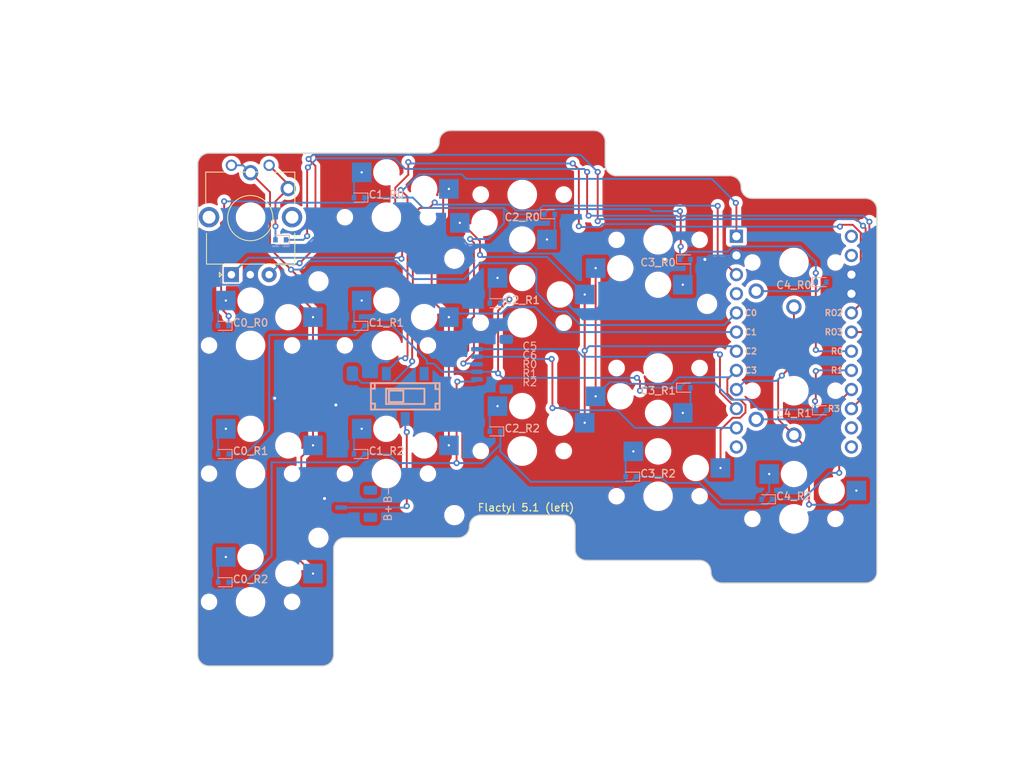
<source format=kicad_pcb>
(kicad_pcb (version 20221018) (generator pcbnew)
  (title_block (title "left") (rev "v1.0.0") (company "Unknown"))
  (layers (0 "F.Cu" signal) (31 "B.Cu" signal) (34 "B.Paste" user) (35 "F.Paste" user) (36 "B.SilkS" user "B.Silkscreen") (37 "F.SilkS" user "F.Silkscreen") (38 "B.Mask" user) (39 "F.Mask" user) (44 "Edge.Cuts" user))
  (net 0 "")
  (net 1 "C4")
  (net 2 "C4_R0D")
  (net 3 "R0")
  (net 4 "C4_R1D")
  (net 5 "R1")
  (net 6 "C0")
  (net 7 "C0_R3D")
  (net 8 "P2")
  (net 9 "P3")
  (net 10 "GND")
  (net 11 "R3")
  (net 12 "RAW")
  (net 13 "BSLI")
  (net 14 "three")
  (net 15 "RST")
  (net 16 "VCC")
  (net 17 "C1")
  (net 18 "C2")
  (net 19 "C3")
  (net 20 "C5")
  (net 21 "C6")
  (net 22 "P10")
  (net 23 "P1")
  (net 24 "P0")
  (net 25 "R2")
  (net 26 "P8")
  (net 27 "P9")
  (net 28 "C0_R0D")
  (net 29 "C0_R1D")
  (net 30 "C0_R2D")
  (net 31 "C1_R0D")
  (net 32 "C1_R1D")
  (net 33 "C1_R2D")
  (net 34 "C2_R0D")
  (net 35 "C2_R1D")
  (net 36 "C2_R2D")
  (net 37 "C3_R0D")
  (net 38 "C3_R1D")
  (net 39 "C3_R2D")
  (net 40 "C4_R2D")
  (footprint "MountingHole_2.2mm_M2" (layer "F.Cu") (at 27 -45.5)
    (fp_text reference "H2" hide)
    (fp_text value "")
  )
  (footprint "MountingHole_2.2mm_M2" (layer "F.Cu") (at 9 -42.5)
    (fp_text reference "H4" hide)
    (fp_text value "")
  )
  (footprint "MountingHole_2.2mm_M2" (layer "F.Cu") (at 60.5 -39.5)
    (fp_text reference "H1" hide)
    (fp_text value "")
  )
  (footprint "MountingHole_2.2mm_M2" (layer "F.Cu") (at 27 -11.5)
    (fp_text reference "H3" hide)
    (fp_text value "")
  )
  (footprint "rotary_encoder" (layer "F.Cu") (at 0 -51 90)
    (fp_text reference "ROT1" hide)
    (fp_text value "")
  )
  (footprint "MountingHole_2.2mm_M2" (layer "F.Cu") (at 9 -8.5)
    (fp_text reference "H5" hide)
    (fp_text value "")
  )
  (footprint "somelogo" (layer "F.Cu") (at 36.5 -12.5)
    (fp_text reference "T1" hide)
    (fp_text value "Flactyl 5.1 (left)")
  )
  (footprint "Kailh_socket_PG1350_no_silk" (layer "B.Cu") (at 36 -54)
    (fp_text reference "S9" hide)
    (fp_text value "")
  )
  (footprint "D_SOD-523" (layer "B.Cu") (at 75.6 -25.4)
    (fp_text reference "D2" hide)
    (fp_text value "D_SOD-523")
  )
  (footprint "b3u-1000P" (layer "B.Cu") (at 13.5 -28.5 90)
    (fp_text reference "SB1" hide)
    (fp_text value "b3u-1000P")
  )
  (footprint "Kailh_socket_PG1350_no_silk" (layer "B.Cu") (at 18 -17 180)
    (fp_text reference "S8" hide)
    (fp_text value "")
  )
  (footprint "D_SOD-523" (layer "B.Cu") (at 57.6 -45.4)
    (fp_text reference "D13" hide)
    (fp_text value "D_SOD-523")
  )
  (footprint "D_SOD-523" (layer "B.Cu") (at -3.6 -19.6 180)
    (fp_text reference "D5" hide)
    (fp_text value "D_SOD-523")
  )
  (footprint "D_SOD-523" (layer "B.Cu") (at 32.4 -22.6 180)
    (fp_text reference "D12" hide)
    (fp_text value "D_SOD-523")
  )
  (footprint "Kailh_socket_PG1350_no_silk" (layer "B.Cu") (at 72 -45)
    (fp_text reference "S1" hide)
    (fp_text value "")
  )
  (footprint "D_SOD-523" (layer "B.Cu") (at 39.6 -51.4)
    (fp_text reference "D10" hide)
    (fp_text value "D_SOD-523")
  )
  (footprint "Kailh_socket_PG1350_no_silk" (layer "B.Cu") (at 0 0 180)
    (fp_text reference "S5" hide)
    (fp_text value "")
  )
  (footprint "D_SOD-523" (layer "B.Cu") (at 14.4 -53.6 180)
    (fp_text reference "D7" hide)
    (fp_text value "D_SOD-523")
  )
  (footprint "Kailh_socket_PG1350_no_silk" (layer "B.Cu") (at 54 -31)
    (fp_text reference "S13" hide)
    (fp_text value "")
  )
  (footprint "D_SOD-523" (layer "B.Cu") (at -3.6 -36.6 180)
    (fp_text reference "D4" hide)
    (fp_text value "D_SOD-523")
  )
  (footprint "Kailh_socket_PG1350_no_silk" (layer "B.Cu") (at 0 -17 180)
    (fp_text reference "S4" hide)
    (fp_text value "")
  )
  (footprint "D_SOD-523" (layer "B.Cu") (at 14.4 -36.6 180)
    (fp_text reference "D8" hide)
    (fp_text value "D_SOD-523")
  )
  (footprint "D_SOD-523" (layer "B.Cu") (at 14.4 -19.6 180)
    (fp_text reference "D9" hide)
    (fp_text value "D_SOD-523")
  )
  (footprint "D_SOD-523" (layer "B.Cu") (at 50.4 -16.6 180)
    (fp_text reference "D15" hide)
    (fp_text value "D_SOD-523")
  )
  (footprint "Kailh_socket_PG1350_no_silk" (layer "B.Cu") (at 18 -51 180)
    (fp_text reference "S6" hide)
    (fp_text value "")
  )
  (footprint "SW-SMD_SS-3235D-03-L2.00" (layer "B.Cu") (at 20.5 -27.25)
    (fp_text reference "SS1" hide)
    (fp_text value "SW-SMD_SS-3235D-03-L2.00" hide)
  )
  (footprint "D_SOD-523" (layer "B.Cu") (at 68.4 -13.6 180)
    (fp_text reference "D16" hide)
    (fp_text value "D_SOD-523")
  )
  (footprint "D_SOD-523" (layer "B.Cu") (at -3.6 -2.6 180)
    (fp_text reference "D6" hide)
    (fp_text value "D_SOD-523")
  )
  (footprint "D_SOD-523" (layer "B.Cu") (at 4 -48 180)
    (fp_text reference "D3" hide)
    (fp_text value "D_SOD-523")
  )
  (footprint "JST_SH_SM05B-SRSS-TB_1x05-1MP_P1.00mm_Horizontal" (layer "B.Cu") (at 32 -31.5 -90)
    (fp_text reference "JC1" hide)
    (fp_text value "")
  )
  (footprint "JST_SH_SM02B-SRSS-TB_1x02-1MP_P1.00mm_Horizontal" (layer "B.Cu") (at 14 -13 -90)
    (fp_text reference "JB1" hide)
    (fp_text value "JST_SH_SM02B-SRSS-TB_1x02-1MP_P1.00mm_Horizontal" hide)
  )
  (footprint "Kailh_socket_PG1350_no_silk" (layer "B.Cu") (at 18 -34 180)
    (fp_text reference "S7" hide)
    (fp_text value "")
  )
  (footprint "Kailh_socket_PG1350_no_silk" (layer "B.Cu") (at 72 -28)
    (fp_text reference "S2" hide)
    (fp_text value "")
  )
  (footprint "Kailh_socket_PG1350_no_silk" (layer "B.Cu") (at 72 -11 180)
    (fp_text reference "S15" hide)
    (fp_text value "")
  )
  (footprint "D_SOD-523" (layer "B.Cu") (at 57.6 -28.4)
    (fp_text reference "D14" hide)
    (fp_text value "D_SOD-523")
  )
  (footprint "D_SOD-523" (layer "B.Cu") (at 32.4 -39.6 180)
    (fp_text reference "D11" hide)
    (fp_text value "D_SOD-523")
  )
  (footprint "Kailh_socket_PG1350_no_silk" (layer "B.Cu") (at 36 -37 180)
    (fp_text reference "S10" hide)
    (fp_text value "")
  )
  (footprint "Kailh_socket_PG1350_no_silk" (layer "B.Cu") (at 0 -34 180)
    (fp_text reference "S3" hide)
    (fp_text value "")
  )
  (footprint "Kailh_socket_PG1350_no_silk" (layer "B.Cu") (at 54 -48)
    (fp_text reference "S12" hide)
    (fp_text value "")
  )
  (footprint "D_SOD-523" (layer "B.Cu") (at 75.6 -42.4)
    (fp_text reference "D1" hide)
    (fp_text value "D_SOD-523")
  )
  (footprint "Kailh_socket_PG1350_no_silk" (layer "B.Cu") (at 36 -20 180)
    (fp_text reference "S11" hide)
    (fp_text value "")
  )
  (footprint "NiceNano" (layer "B.Cu") (at 72 -34.5 -90)
    (fp_text reference "MCU1" hide)
    (fp_text value "" hide)
  )
  (footprint "Kailh_socket_PG1350_no_silk" (layer "B.Cu") (at 54 -14 180)
    (fp_text reference "S14" hide)
    (fp_text value "")
  )
  (gr_line (start 62.49 -2.5) (end 81.51 -2.5) (stroke (width 0.15)) (layer "Edge.Cuts"))
  (gr_line (start 29 -9.99) (end 29 -10.01) (stroke (width 0.15)) (layer "Edge.Cuts"))
  (gr_arc (start -7 -58.01) (mid -6.563589 -59.063589) (end -5.51 -59.5) (stroke (width 0.15)) (layer "Edge.Cuts"))
  (gr_line (start 45.51 -62.5) (end 26.49 -62.5) (stroke (width 0.15)) (layer "Edge.Cuts"))
  (gr_arc (start 25 -60.99) (mid 24.563589 -59.936411) (end 23.51 -59.5) (stroke (width 0.15)) (layer "Edge.Cuts"))
  (gr_arc (start 66.49 -53.5) (mid 65.436411 -53.936411) (end 65 -54.99) (stroke (width 0.15)) (layer "Edge.Cuts"))
  (gr_arc (start -5.51 8.5) (mid -6.563589 8.063589) (end -7 7.01) (stroke (width 0.15)) (layer "Edge.Cuts"))
  (gr_arc (start 41.51 -11.5) (mid 42.563589 -11.063589) (end 43 -10.01) (stroke (width 0.15)) (layer "Edge.Cuts"))
  (gr_line (start 83 -3.99) (end 83 -52.01) (stroke (width 0.15)) (layer "Edge.Cuts"))
  (gr_arc (start 25 -61.01) (mid 25.436411 -62.063589) (end 26.49 -62.5) (stroke (width 0.15)) (layer "Edge.Cuts"))
  (gr_line (start -5.51 -59.5) (end 23.51 -59.5) (stroke (width 0.15)) (layer "Edge.Cuts"))
  (gr_line (start 65 -54.99) (end 65 -55.01) (stroke (width 0.15)) (layer "Edge.Cuts"))
  (gr_arc (start 29 -9.99) (mid 28.563589 -8.936411) (end 27.51 -8.5) (stroke (width 0.15)) (layer "Edge.Cuts"))
  (gr_arc (start 11 7.01) (mid 10.563589 8.063589) (end 9.51 8.5) (stroke (width 0.15)) (layer "Edge.Cuts"))
  (gr_line (start 30.49 -11.5) (end 41.51 -11.5) (stroke (width 0.15)) (layer "Edge.Cuts"))
  (gr_arc (start 11 -7.01) (mid 11.436411 -8.063589) (end 12.49 -8.5) (stroke (width 0.15)) (layer "Edge.Cuts"))
  (gr_line (start 11 7.01) (end 11 -7.01) (stroke (width 0.15)) (layer "Edge.Cuts"))
  (gr_line (start 44.49 -5.5) (end 59.51 -5.5) (stroke (width 0.15)) (layer "Edge.Cuts"))
  (gr_arc (start 44.49 -5.5) (mid 43.436411 -5.936411) (end 43 -6.99) (stroke (width 0.15)) (layer "Edge.Cuts"))
  (gr_line (start -5.51 8.5) (end 9.51 8.5) (stroke (width 0.15)) (layer "Edge.Cuts"))
  (gr_line (start 12.49 -8.5) (end 27.51 -8.5) (stroke (width 0.15)) (layer "Edge.Cuts"))
  (gr_arc (start 62.49 -2.5) (mid 61.436411 -2.936411) (end 61 -3.99) (stroke (width 0.15)) (layer "Edge.Cuts"))
  (gr_arc (start 48.49 -56.5) (mid 47.436411 -56.936411) (end 47 -57.99) (stroke (width 0.15)) (layer "Edge.Cuts"))
  (gr_line (start -7 7.01) (end -7 -58.01) (stroke (width 0.15)) (layer "Edge.Cuts"))
  (gr_arc (start 83 -3.99) (mid 82.563589 -2.936411) (end 81.51 -2.5) (stroke (width 0.15)) (layer "Edge.Cuts"))
  (gr_arc (start 81.51 -53.5) (mid 82.563589 -53.063589) (end 83 -52.01) (stroke (width 0.15)) (layer "Edge.Cuts"))
  (gr_arc (start 63.51 -56.5) (mid 64.563589 -56.063589) (end 65 -55.01) (stroke (width 0.15)) (layer "Edge.Cuts"))
  (gr_line (start 47 -57.99) (end 47 -61.01) (stroke (width 0.15)) (layer "Edge.Cuts"))
  (gr_line (start 81.51 -53.5) (end 66.49 -53.5) (stroke (width 0.15)) (layer "Edge.Cuts"))
  (gr_line (start 61 -4.01) (end 61 -3.99) (stroke (width 0.15)) (layer "Edge.Cuts"))
  (gr_line (start 63.51 -56.5) (end 48.49 -56.5) (stroke (width 0.15)) (layer "Edge.Cuts"))
  (gr_arc (start 45.51 -62.5) (mid 46.563589 -62.063589) (end 47 -61.01) (stroke (width 0.15)) (layer "Edge.Cuts"))
  (gr_line (start 43 -10.01) (end 43 -6.99) (stroke (width 0.15)) (layer "Edge.Cuts"))
  (gr_arc (start 59.51 -5.5) (mid 60.563589 -5.063589) (end 61 -4.01) (stroke (width 0.15)) (layer "Edge.Cuts"))
  (gr_arc (start 29 -10.01) (mid 29.436411 -11.063589) (end 30.49 -11.5) (stroke (width 0.15)) (layer "Edge.Cuts"))
  (gr_line (start 25 -61.01) (end 25 -60.99) (stroke (width 0.15)) (layer "Edge.Cuts"))
  (segment (start 70.4 -30) (end 69.9105 -29.5105) (width 0.25) (layer "F.Cu") (net 1))
  (segment (start 69.9105 -29.5105) (end 69.9105 -24.1895) (width 0.25) (layer "F.Cu") (net 1))
  (segment (start 70.4 -30) (end 72 -31.6) (width 0.25) (layer "F.Cu") (net 1))
  (segment (start 74 -12.9) (end 74 -20.1) (width 0.25) (layer "F.Cu") (net 1))
  (segment (start 74 -20.1) (end 72 -22.1) (width 0.25) (layer "F.Cu") (net 1))
  (segment (start 72 -31.6) (end 72 -39.1) (width 0.25) (layer "F.Cu") (net 1))
  (segment (start 69.9105 -24.1895) (end 72 -22.1) (width 0.25) (layer "F.Cu") (net 1))
  (via (at 70.4 -30) (size 0.8) (drill 0.4) (layers "F.Cu" "B.Cu") (net 1))
  (via (at 74 -12.9) (size 0.8) (drill 0.4) (layers "F.Cu" "B.Cu") (net 1))
  (segment (start 65.53 -29.3) (end 69.6 -29.3) (width 0.25) (layer "B.Cu") (net 1))
  (segment (start 74 -12.9) (end 74.025 -12.875) (width 0.25) (layer "B.Cu") (net 1))
  (segment (start 69.7 -29.3) (end 70.4 -30) (width 0.25) (layer "B.Cu") (net 1))
  (segment (start 78.4 -12.875) (end 80.275 -14.75) (width 0.25) (layer "B.Cu") (net 1))
  (segment (start 74.025 -12.875) (end 78.4 -12.875) (width 0.25) (layer "B.Cu") (net 1))
  (segment (start 69.6 -29.3) (end 69.7 -29.3) (width 0.25) (layer "B.Cu") (net 1))
  (segment (start 64.38 -28.15) (end 65.53 -29.3) (width 0.25) (layer "B.Cu") (net 1))
  (segment (start 76.3 -42.4) (end 75.1 -41.2) (width 0.25) (layer "B.Cu") (net 2))
  (segment (start 75.1 -41.2) (end 67 -41.2) (width 0.25) (layer "B.Cu") (net 2))
  (segment (start -3.9 -50.229919) (end -3.9 -38.9) (width 0.25) (layer "F.Cu") (net 3))
  (segment (start 28.2 -31.6) (end 29.6 -33) (width 0.25) (layer "F.Cu") (net 3))
  (segment (start 29.6 -47.6) (end 29.1 -48.1) (width 0.25) (layer "F.Cu") (net 3))
  (segment (start 29.6 -37.833684) (end 29.6 -47.6) (width 0.25) (layer "F.Cu") (net 3))
  (segment (start 29.2741 -37.507784) (end 29.6 -37.833684) (width 0.25) (layer "F.Cu") (net 3))
  (segment (start -3.9 -38.9) (end -2.9 -37.9) (width 0.25) (layer "F.Cu") (net 3))
  (segment (start 29.6 -33) (end 29.6 -36.166316) (width 0.25) (layer "F.Cu") (net 3))
  (segment (start 29.2741 -36.492216) (end 29.2741 -37.507784) (width 0.25) (layer "F.Cu") (net 3))
  (segment (start 74.9 -33.4) (end 74.9 -43.6) (width 0.25) (layer "F.Cu") (net 3))
  (segment (start -3.5 -53.1) (end -3.5 -50.629919) (width 0.25) (layer "F.Cu") (net 3))
  (segment (start 29.6 -36.166316) (end 29.2741 -36.492216) (width 0.25) (layer "F.Cu") (net 3))
  (segment (start 57 -47.1) (end 57 -51.7) (width 0.25) (layer "F.Cu") (net 3))
  (segment (start 57 -51.7) (end 56.9 -51.8) (width 0.25) (layer "F.Cu") (net 3))
  (segment (start -3.5 -50.629919) (end -3.9 -50.229919) (width 0.25) (layer "F.Cu") (net 3))
  (via (at 74.9 -33.4) (size 0.8) (drill 0.4) (layers "F.Cu" "B.Cu") (net 3))
  (via (at 74.9 -43.6) (size 0.8) (drill 0.4) (layers "F.Cu" "B.Cu") (net 3))
  (via (at 28.2 -31.6) (size 0.8) (drill 0.4) (layers "F.Cu" "B.Cu") (net 3))
  (via (at -2.9 -37.9) (size 0.8) (drill 0.4) (layers "F.Cu" "B.Cu") (net 3))
  (via (at -3.5 -53.1) (size 0.8) (drill 0.4) (layers "F.Cu" "B.Cu") (net 3))
  (via (at 29.1 -48.1) (size 0.8) (drill 0.4) (layers "F.Cu" "B.Cu") (net 3))
  (via (at 57 -47.1) (size 0.8) (drill 0.4) (layers "F.Cu" "B.Cu") (net 3))
  (via (at 56.9 -51.8) (size 0.8) (drill 0.4) (layers "F.Cu" "B.Cu") (net 3))
  (segment (start 57.927595 -46.427595) (end 63.1787 -46.427595) (width 0.25) (layer "B.Cu") (net 3))
  (segment (start 29.1 -48.1) (end 31.50165 -48.1) (width 0.25) (layer "B.Cu") (net 3))
  (segment (start 33.5741 -52.2259) (end 34.4 -51.4) (width 0.25) (layer "B.Cu") (net 3))
  (segment (start 29.8 -52.2259) (end 33.5741 -52.2259) (width 0.25) (layer "B.Cu") (net 3))
  (segment (start 56.9 -45.4) (end 57.927595 -46.427595) (width 0.25) (layer "B.Cu") (net 3))
  (segment (start 31.50165 -48.1) (end 33.5741 -50.17245) (width 0.25) (layer "B.Cu") (net 3))
  (segment (start 29.9 -31.6) (end 30 -31.5) (width 0.25) (layer "B.Cu") (net 3))
  (segment (start -2.9 -37.9) (end -2.9 -36.6) (width 0.25) (layer "B.Cu") (net 3))
  (segment (start 34.4 -51.4) (end 38.9 -51.4) (width 0.25) (layer "B.Cu") (net 3))
  (segment (start 39.575 -52.075) (end 52.879999 -52.075) (width 0.25) (layer "B.Cu") (net 3))
  (segment (start 56.9 -47) (end 57 -47.1) (width 0.25) (layer "B.Cu") (net 3))
  (segment (start 33.5741 -50.17245) (end 33.5741 -52.2259) (width 0.25) (layer "B.Cu") (net 3))
  (segment (start 14.925 -52.925) (end 15.1 -53.1) (width 0.25) (layer "B.Cu") (net 3))
  (segment (start 74.9 -45.054999) (end 74.9 -43.6) (width 0.25) (layer "B.Cu") (net 3))
  (segment (start -3.5 -53.1) (end 0.8 -53.1) (width 0.25) (layer "B.Cu") (net 3))
  (segment (start 0.8 -53.1) (end 0.975 -52.925) (width 0.25) (layer "B.Cu") (net 3))
  (segment (start 15.1 -53.6) (end 21.49835 -53.6) (width 0.25) (layer "B.Cu") (net 3))
  (segment (start 0.975 -52.925) (end 14.925 -52.925) (width 0.25) (layer "B.Cu") (net 3))
  (segment (start 22.87245 -52.2259) (end 29.8 -52.2259) (width 0.25) (layer "B.Cu") (net 3))
  (segment (start 15.1 -53.1) (end 15.1 -53.6) (width 0.25) (layer "B.Cu") (net 3))
  (segment (start 79.62 -33.23) (end 75.07 -33.23) (width 0.25) (layer "B.Cu") (net 3))
  (segment (start 21.49835 -53.6) (end 22.87245 -52.2259) (width 0.25) (layer "B.Cu") (net 3))
  (segment (start 74.9 -43.6) (end 74.9 -42.4) (width 0.25) (layer "B.Cu") (net 3))
  (segment (start 38.9 -51.4) (end 39.575 -52.075) (width 0.25) (layer "B.Cu") (net 3))
  (segment (start 28.2 -31.6) (end 29.9 -31.6) (width 0.25) (layer "B.Cu") (net 3))
  (segment (start 53.154999 -51.8) (end 52.879999 -52.075) (width 0.25) (layer "B.Cu") (net 3))
  (segment (start 56.9 -51.8) (end 53.154999 -51.8) (width 0.25) (layer "B.Cu") (net 3))
  (segment (start 56.9 -45.4) (end 56.9 -47) (width 0.25) (layer "B.Cu") (net 3))
  (segment (start 63.882405 -47.1313) (end 72.823699 -47.1313) (width 0.25) (layer "B.Cu") (net 3))
  (segment (start 63.1787 -46.427595) (end 63.882405 -47.1313) (width 0.25) (layer "B.Cu") (net 3))
  (segment (start 75.07 -33.23) (end 74.9 -33.4) (width 0.25) (layer "B.Cu") (net 3))
  (segment (start 72.823699 -47.1313) (end 74.9 -45.054999) (width 0.25) (layer "B.Cu") (net 3))
  (segment (start 75.1 -24.2) (end 67 -24.2) (width 0.25) (layer "B.Cu") (net 4))
  (segment (start 76.3 -25.4) (end 75.1 -24.2) (width 0.25) (layer "B.Cu") (net 4))
  (segment (start 51.6 -29.3) (end 51.2 -29.7) (width 0.25) (layer "F.Cu") (net 5))
  (segment (start 32.8 -38.6) (end 34.3 -40.1) (width 0.25) (layer "F.Cu") (net 5))
  (segment (start 51.6 -28) (end 51.6 -29.3) (width 0.25) (layer "F.Cu") (net 5))
  (segment (start 32.8 -30.3) (end 32.8 -38.6) (width 0.25) (layer "F.Cu") (net 5))
  (segment (start 74.9 -26.7) (end 74.8 -26.6) (width 0.25) (layer "F.Cu") (net 5))
  (segment (start 74.9 -30.6) (end 74.9 -26.7) (width 0.25) (layer "F.Cu") (net 5))
  (via (at 74.9 -30.6) (size 0.8) (drill 0.4) (layers "F.Cu" "B.Cu") (net 5))
  (via (at 51.2 -29.7) (size 0.8) (drill 0.4) (layers "F.Cu" "B.Cu") (net 5))
  (via (at 51.6 -28) (size 0.8) (drill 0.4) (layers "F.Cu" "B.Cu") (net 5))
  (via (at 32.8 -30.3) (size 0.8) (drill 0.4) (layers "F.Cu" "B.Cu") (net 5))
  (via (at 34.3 -40.1) (size 0.8) (drill 0.4) (layers "F.Cu" "B.Cu") (net 5))
  (via (at 74.8 -26.6) (size 0.8) (drill 0.4) (layers "F.Cu" "B.Cu") (net 5))
  (segment (start 33.4 -29.7) (end 32.8 -30.3) (width 0.25) (layer "B.Cu") (net 5))
  (segment (start 32.75 -30.25) (end 32.8 -30.3) (width 0.25) (layer "B.Cu") (net 5))
  (segment (start -0.69835 -19.6) (end 2.475 -22.77335) (width 0.25) (layer "B.Cu") (net 5))
  (segment (start 74.99 -30.69) (end 74.9 -30.6) (width 0.25) (layer "B.Cu") (net 5))
  (segment (start 2.6 -35.4) (end 13.9 -35.4) (width 0.25) (layer "B.Cu") (net 5))
  (segment (start 18.8 -36.6) (end 23.361241 -32.038759) (width 0.25) (layer "B.Cu") (net 5))
  (segment (start 15.1 -36.6) (end 18.8 -36.6) (width 0.25) (layer "B.Cu") (net 5))
  (segment (start 56.9 -28.4) (end 57.575 -29.075) (width 0.25) (layer "B.Cu") (net 5))
  (segment (start 23.361241 -31.593758) (end 24.306242 -31.593758) (width 0.25) (layer "B.Cu") (net 5))
  (segment (start 2.475 -35.275) (end 2.6 -35.4) (width 0.25) (layer "B.Cu") (net 5))
  (segment (start 13.9 -35.4) (end 15.1 -36.6) (width 0.25) (layer "B.Cu") (net 5))
  (segment (start 24.306242 -31.593758) (end 25.4 -30.5) (width 0.25) (layer "B.Cu") (net 5))
  (segment (start -2.9 -19.6) (end -0.69835 -19.6) (width 0.25) (layer "B.Cu") (net 5))
  (segment (start 74.8 -26.6) (end 74.8 -25.5) (width 0.25) (layer "B.Cu") (net 5))
  (segment (start 23.361241 -32.038759) (end 23.361241 -31.593758) (width 0.25) (layer "B.Cu") (net 5))
  (segment (start 56.9 -28.4) (end 52 -28.4) (width 0.25) (layer "B.Cu") (net 5))
  (segment (start 30 -30.5) (end 32.5 -30.5) (width 0.25) (layer "B.Cu") (net 5))
  (segment (start 66.0887 -26.8113) (end 67.4 -25.5) (width 0.25) (layer "B.Cu") (net 5))
  (segment (start 32.5 -30.5) (end 32.75 -30.25) (width 0.25) (layer "B.Cu") (net 5))
  (segment (start 51.2 -29.7) (end 33.4 -29.7) (width 0.25) (layer "B.Cu") (net 5))
  (segment (start 61.425 -29.075) (end 63.6887 -26.8113) (width 0.25) (layer "B.Cu") (net 5))
  (segment (start 2.475 -22.77335) (end 2.475 -28.5) (width 0.25) (layer "B.Cu") (net 5))
  (segment (start 57.575 -29.075) (end 61.425 -29.075) (width 0.25) (layer "B.Cu") (net 5))
  (segment (start 2.475 -28.5) (end 2.475 -35.275) (width 0.25) (layer "B.Cu") (net 5))
  (segment (start 67.4 -25.5) (end 74.8 -25.5) (width 0.25) (layer "B.Cu") (net 5))
  (segment (start 33.6 -40.1) (end 33.1 -39.6) (width 0.25) (layer "B.Cu") (net 5))
  (segment (start 52 -28.4) (end 51.6 -28) (width 0.25) (layer "B.Cu") (net 5))
  (segment (start 74.8 -25.5) (end 74.9 -25.4) (width 0.25) (layer "B.Cu") (net 5))
  (segment (start 79.62 -30.69) (end 74.99 -30.69) (width 0.25) (layer "B.Cu") (net 5))
  (segment (start 25.4 -30.5) (end 30 -30.5) (width 0.25) (layer "B.Cu") (net 5))
  (segment (start 34.3 -40.1) (end 33.6 -40.1) (width 0.25) (layer "B.Cu") (net 5))
  (segment (start 63.6887 -26.8113) (end 66.0887 -26.8113) (width 0.25) (layer "B.Cu") (net 5))
  (segment (start 6.1 -43.314035) (end 2.575 -46.839035) (width 0.25) (layer "F.Cu") (net 6))
  (segment (start 6.1 -40.9) (end 6.1 -43.314035) (width 0.25) (layer "F.Cu") (net 6))
  (segment (start 8.275 -37.75) (end 8.275 -20.75) (width 0.25) (layer "F.Cu") (net 6))
  (segment (start 6.7259 -16.492216) (end 6.7259 -19.2009) (width 0.25) (layer "F.Cu") (net 6))
  (segment (start 2.575 -46.839035) (end 2.575 -54.325) (width 0.25) (layer "F.Cu") (net 6))
  (segment (start 8.275 -37.75) (end 8.275 -38.725) (width 0.25) (layer "F.Cu") (net 6))
  (segment (start 8.275 -3.75) (end 6 -6.025) (width 0.25) (layer "F.Cu") (net 6))
  (segment (start 6.7259 -19.2009) (end 8.275 -20.75) (width 0.25) (layer "F.Cu") (net 6))
  (segment (start 8.275 -38.725) (end 6.1 -40.9) (width 0.25) (layer "F.Cu") (net 6))
  (segment (start 2.575 -54.325) (end 0 -56.9) (width 0.25) (layer "F.Cu") (net 6))
  (segment (start 6 -15.766316) (end 6.7259 -16.492216) (width 0.25) (layer "F.Cu") (net 6))
  (segment (start 6 -6.025) (end 6 -15.766316) (width 0.25) (layer "F.Cu") (net 6))
  (via (at 5.357018 -44.057018) (size 0.8) (drill 0.4) (layers "F.Cu" "B.Cu") (net 6))
  (segment (start 5.357018 -44.057018) (end 6.681823 -44.057018) (width 0.25) (layer "B.Cu") (net 6))
  (segment (start -2.54 -57.88) (end -0.98 -57.88) (width 0.25) (layer "B.Cu") (net 6))
  (segment (start 62.77 -36.7) (end 64.38 -38.31) (width 0.25) (layer "B.Cu") (net 6))
  (segment (start 28.3 -42.8) (end 30.4 -44.9) (width 0.25) (layer "B.Cu") (net 6))
  (segment (start -0.98 -57.88) (end 0 -56.9) (width 0.25) (layer "B.Cu") (net 6))
  (segment (start 7.799805 -45.175) (end 19.299695 -45.175) (width 0.25) (layer "B.Cu") (net 6))
  (segment (start 43.7 -36.7) (end 62.77 -36.7) (width 0.25) (layer "B.Cu") (net 6))
  (segment (start 21.674695 -42.8) (end 28.3 -42.8) (width 0.25) (layer "B.Cu") (net 6))
  (segment (start 6.681823 -44.057018) (end 7.799805 -45.175) (width 0.25) (layer "B.Cu") (net 6))
  (segment (start 37.875 -44.125) (end 37.875 -41.025) (width 0.25) (layer "B.Cu") (net 6))
  (segment (start 41.9 -38.5) (end 43.7 -36.7) (width 0.25) (layer "B.Cu") (net 6))
  (segment (start 30.4 -44.9) (end 37.1 -44.9) (width 0.25) (layer "B.Cu") (net 6))
  (segment (start 37.875 -41.025) (end 40.4 -38.5) (width 0.25) (layer "B.Cu") (net 6))
  (segment (start 19.299695 -45.175) (end 21.674695 -42.8) (width 0.25) (layer "B.Cu") (net 6))
  (segment (start 40.4 -38.5) (end 41.9 -38.5) (width 0.25) (layer "B.Cu") (net 6))
  (segment (start 37.1 -44.9) (end 37.875 -44.125) (width 0.25) (layer "B.Cu") (net 6))
  (segment (start 2.46 -57.88) (end 5 -55.34) (width 0.25) (layer "F.Cu") (net 7))
  (segment (start 3.3 -53.1) (end 5 -54.8) (width 0.25) (layer "F.Cu") (net 7))
  (segment (start 5 -55.34) (end 5 -54.8) (width 0.25) (layer "F.Cu") (net 7))
  (segment (start 3.3 -49.8) (end 3.3 -53.1) (width 0.25) (layer "F.Cu") (net 7))
  (via (at 3.3 -49.8) (size 0.8) (drill 0.4) (layers "F.Cu" "B.Cu") (net 7))
  (segment (start 3.3 -48) (end 3.3 -49.8) (width 0.25) (layer "B.Cu") (net 7))
  (segment (start 78.349 -50) (end 78.1 -49.751) (width 0.25) (layer "F.Cu") (net 8))
  (segment (start 20.9 -58.3) (end 20.9 -56.625305) (width 0.25) (layer "F.Cu") (net 8))
  (segment (start 19.175 -54.900305) (end 19.175 -52.779999) (width 0.25) (layer "F.Cu") (net 8))
  (segment (start 19.175 -52.779999) (end 20.0895 -51.865499) (width 0.25) (layer "F.Cu") (net 8))
  (segment (start 20.0895 -51.865499) (end 20.0895 -45.5895) (width 0.25) (layer "F.Cu") (net 8))
  (segment (start 79.7 -50) (end 78.349 -50) (width 0.25) (layer "F.Cu") (net 8))
  (segment (start 20.0895 -45.5895) (end 20 -45.5) (width 0.25) (layer "F.Cu") (net 8))
  (segment (start 43.5 -57.3245) (end 42.7 -58.1245) (width 0.25) (layer "F.Cu") (net 8))
  (segment (start 79.788895 -50) (end 79.7 -50) (width 0.25) (layer "F.Cu") (net 8))
  (segment (start 43.5 -49.8) (end 43.5 -57.3245) (width 0.25) (layer "F.Cu") (net 8))
  (segment (start 20.9 -56.625305) (end 19.175 -54.900305) (width 0.25) (layer "F.Cu") (net 8))
  (segment (start 79.62 -38.31) (end 80.852119 -39.542119) (width 0.25) (layer "F.Cu") (net 8))
  (segment (start 80.852119 -48.936776) (end 79.788895 -50) (width 0.25) (layer "F.Cu") (net 8))
  (segment (start 80.852119 -39.542119) (end 80.852119 -48.936776) (width 0.25) (layer "F.Cu") (net 8))
  (via (at 43.5 -49.8) (size 0.8) (drill 0.4) (layers "F.Cu" "B.Cu") (net 8))
  (via (at 78.1 -49.751) (size 0.8) (drill 0.4) (layers "F.Cu" "B.Cu") (net 8))
  (via (at 20 -45.5) (size 0.8) (drill 0.4) (layers "F.Cu" "B.Cu") (net 8))
  (via (at 42.7 -58.1245) (size 0.8) (drill 0.4) (layers "F.Cu" "B.Cu") (net 8))
  (via (at 20.9 -58.3) (size 0.8) (drill 0.4) (layers "F.Cu" "B.Cu") (net 8))
  (segment (start 78.1 -49.751) (end 56.049 -49.751) (width 0.25) (layer "B.Cu") (net 8))
  (segment (start 56 -49.8) (end 55.7105 -50.0895) (width 0.25) (layer "B.Cu") (net 8))
  (segment (start 21.0755 -58.1245) (end 20.9 -58.3) (width 0.25) (layer "B.Cu") (net 8))
  (segment (start 20 -45.5) (end 19.875 -45.625) (width 0.25) (layer "B.Cu") (net 8))
  (segment (start 56.049 -49.751) (end 56 -49.8) (width 0.25) (layer "B.Cu") (net 8))
  (segment (start -0.295 -45.625) (end -2.54 -43.38) (width 0.25) (layer "B.Cu") (net 8))
  (segment (start 42.7 -58.1245) (end 21.0755 -58.1245) (width 0.25) (layer "B.Cu") (net 8))
  (segment (start 43.6 -49.7) (end 43.5 -49.8) (width 0.25) (layer "B.Cu") (net 8))
  (segment (start 46.249805 -49.7) (end 43.6 -49.7) (width 0.25) (layer "B.Cu") (net 8))
  (segment (start 19.875 -45.625) (end -0.295 -45.625) (width 0.25) (layer "B.Cu") (net 8))
  (segment (start 55.7105 -50.0895) (end 46.639305 -50.0895) (width 0.25) (layer "B.Cu") (net 8))
  (segment (start 46.639305 -50.0895) (end 46.249805 -49.7) (width 0.25) (layer "B.Cu") (net 8))
  (segment (start 81.5 -49.522689) (end 81.5 -36.3) (width 0.25) (layer "F.Cu") (net 9))
  (segment (start 81.152424 -49.870265) (end 81.5 -49.522689) (width 0.25) (layer "F.Cu") (net 9))
  (segment (start 81.5 -36.3) (end 80.97 -35.77) (width 0.25) (layer "F.Cu") (net 9))
  (segment (start 8.6 -47.0005) (end 8.6 -57.8) (width 0.25) (layer "F.Cu") (net 9))
  (segment (start 80.97 -35.77) (end 79.62 -35.77) (width 0.25) (layer "F.Cu") (net 9))
  (segment (start 6.5 -44.9005) (end 8.6 -47.0005) (width 0.25) (layer "F.Cu") (net 9))
  (segment (start 8.6 -57.8) (end 7.687701 -58.712299) (width 0.25) (layer "F.Cu") (net 9))
  (segment (start 46 -57) (end 46 -50.4755) (width 0.25) (layer "F.Cu") (net 9))
  (via (at 46 -50.4755) (size 0.8) (drill 0.4) (layers "F.Cu" "B.Cu") (net 9))
  (via (at 81.152424 -49.870265) (size 0.8) (drill 0.4) (layers "F.Cu" "B.Cu") (net 9))
  (via (at 46 -57) (size 0.8) (drill 0.4) (layers "F.Cu" "B.Cu") (net 9))
  (via (at 6.5 -44.9005) (size 0.8) (drill 0.4) (layers "F.Cu" "B.Cu") (net 9))
  (via (at 7.687701 -58.712299) (size 0.8) (drill 0.4) (layers "F.Cu" "B.Cu") (net 9))
  (segment (start 81.152424 -49.870265) (end 80.272689 -50.75) (width 0.25) (layer "B.Cu") (net 9))
  (segment (start 57.511701 -50.75) (end 57.386701 -50.625) (width 0.25) (layer "B.Cu") (net 9))
  (segment (start 6.381518 -44.782018) (end 3.862018 -44.782018) (width 0.25) (layer "B.Cu") (net 9))
  (segment (start 43.725 -59.275) (end 46 -57) (width 0.25) (layer "B.Cu") (net 9))
  (segment (start 56.288299 -50.75) (end 46.2745 -50.75) (width 0.25) (layer "B.Cu") (net 9))
  (segment (start 3.862018 -44.782018) (end 2.46 -43.38) (width 0.25) (layer "B.Cu") (net 9))
  (segment (start 7.687701 -58.712299) (end 8.250402 -59.275) (width 0.25) (layer "B.Cu") (net 9))
  (segment (start 57.386701 -50.625) (end 56.413299 -50.625) (width 0.25) (layer "B.Cu") (net 9))
  (segment (start 6.5 -44.9005) (end 6.381518 -44.782018) (width 0.25) (layer "B.Cu") (net 9))
  (segment (start 46.2745 -50.75) (end 46 -50.4755) (width 0.25) (layer "B.Cu") (net 9))
  (segment (start 80.272689 -50.75) (end 57.511701 -50.75) (width 0.25) (layer "B.Cu") (net 9))
  (segment (start 8.250402 -59.275) (end 43.725 -59.275) (width 0.25) (layer "B.Cu") (net 9))
  (segment (start 56.413299 -50.625) (end 56.288299 -50.75) (width 0.25) (layer "B.Cu") (net 9))
  (segment (start 73.676816 -47.0895) (end 77.376316 -43.39) (width 0.25) (layer "F.Cu") (net 10))
  (segment (start 3.125 -40.215) (end -0.04 -43.38) (width 0.25) (layer "F.Cu") (net 10))
  (segment (start 3.2 -27) (end 3.2 -31.1505) (width 0.25) (layer "F.Cu") (net 10))
  (segment (start 65.5395 -47.0895) (end 73.676816 -47.0895) (width 0.25) (layer "F.Cu") (net 10))
  (segment (start 9.8 -24.6) (end 9.8 -13.7) (width 0.25) (layer "F.Cu") (net 10))
  (segment (start 11.3 -26.1) (end 9.8 -24.6) (width 0.25) (layer "F.Cu") (net 10))
  (segment (start 3.125 -31.2255) (end 3.125 -40.215) (width 0.25) (layer "F.Cu") (net 10))
  (segment (start 54.9 -45.4) (end 60.2 -45.4) (width 0.25) (layer "F.Cu") (net 10))
  (segment (start 3.2 -31.1505) (end 3.125 -31.2255) (width 0.25) (layer "F.Cu") (net 10))
  (segment (start 79.62 -40.85) (end 79.62 -43.39) (width 0.25) (layer "F.Cu") (net 10))
  (segment (start 64.38 -45.93) (end 65.5395 -47.0895) (width 0.25) (layer "F.Cu") (net 10))
  (segment (start 77.376316 -43.39) (end 79.62 -43.39) (width 0.25) (layer "F.Cu") (net 10))
  (via (at 54.9 -45.4) (size 0.8) (drill 0.4) (layers "F.Cu" "B.Cu") (net 10))
  (via (at 60.2 -45.4) (size 0.8) (drill 0.4) (layers "F.Cu" "B.Cu") (net 10))
  (via (at 11.3 -26.1) (size 0.8) (drill 0.4) (layers "F.Cu" "B.Cu") (net 10))
  (via (at 9.8 -13.7) (size 0.8) (drill 0.4) (layers "F.Cu" "B.Cu") (net 10))
  (via (at 3.2 -27) (size 0.8) (drill 0.4) (layers "F.Cu" "B.Cu") (net 10))
  (segment (start -0.04 -43.38) (end -1.365 -42.055) (width 0.25) (layer "B.Cu") (net 10))
  (segment (start 8.325305 -48.3) (end 28 -48.3) (width 0.25) (layer "B.Cu") (net 10))
  (segment (start 11.95 -26.75) (end 11.3 -26.1) (width 0.25) (layer "B.Cu") (net 10))
  (segment (start 3.2 -27) (end 3.4 -26.8) (width 0.25) (layer "B.Cu") (net 10))
  (segment (start 60.2 -45.4) (end 60.73 -45.93) (width 0.25) (layer "B.Cu") (net 10))
  (segment (start 53.7 -45.4) (end 54.9 -45.4) (width 0.25) (layer "B.Cu") (net 10))
  (segment (start 60.73 -45.93) (end 64.38 -45.93) (width 0.25) (layer "B.Cu") (net 10))
  (segment (start -3.865 -44.705) (end -0.27 -48.3) (width 0.25) (layer "B.Cu") (net 10))
  (segment (start 0.705 -47.325) (end 7.350305 -47.325) (width 0.25) (layer "B.Cu") (net 10))
  (segment (start 3.4 -26.8) (end 13.45 -26.8) (width 0.25) (layer "B.Cu") (net 10))
  (segment (start 13.45 -26.8) (end 13.5 -26.75) (width 0.25) (layer "B.Cu") (net 10))
  (segment (start 28 -48.3) (end 28.375 -47.925) (width 0.25) (layer "B.Cu") (net 10))
  (segment (start 28.375 -47.925) (end 28.375 -47.799695) (width 0.25) (layer "B.Cu") (net 10))
  (segment (start 34.975 -46.175) (end 52.925 -46.175) (width 0.25) (layer "B.Cu") (net 10))
  (segment (start 11.8 -13.7) (end 12 -13.5) (width 0.25) (layer "B.Cu") (net 10))
  (segment (start 28.799695 -47.375) (end 33.775 -47.375) (width 0.25) (layer "B.Cu") (net 10))
  (segment (start -3.865 -42.055) (end -3.865 -44.705) (width 0.25) (layer "B.Cu") (net 10))
  (segment (start 13.5 -26.75) (end 11.95 -26.75) (width 0.25) (layer "B.Cu") (net 10))
  (segment (start 9.8 -13.7) (end 11.8 -13.7) (width 0.25) (layer "B.Cu") (net 10))
  (segment (start -0.27 -48.3) (end 0.705 -47.325) (width 0.25) (layer "B.Cu") (net 10))
  (segment (start 28.375 -47.799695) (end 28.799695 -47.375) (width 0.25) (layer "B.Cu") (net 10))
  (segment (start 7.350305 -47.325) (end 8.325305 -48.3) (width 0.25) (layer "B.Cu") (net 10))
  (segment (start 52.925 -46.175) (end 53.7 -45.4) (width 0.25) (layer "B.Cu") (net 10))
  (segment (start 33.775 -47.375) (end 34.975 -46.175) (width 0.25) (layer "B.Cu") (net 10))
  (segment (start -1.365 -42.055) (end -3.865 -42.055) (width 0.25) (layer "B.Cu") (net 10))
  (segment (start 44.6 -57) (end 44.6 -51.4) (width 0.25) (layer "F.Cu") (net 11))
  (segment (start 7.5 -57.5) (end 7.6 -57.6) (width 0.25) (layer "F.Cu") (net 11))
  (segment (start 44.6 -51.4) (end 44.8 -51.2) (width 0.25) (layer "F.Cu") (net 11))
  (segment (start 7.5 -48.5) (end 7.5 -57.5) (width 0.25) (layer "F.Cu") (net 11))
  (segment (start 82 -27.99) (end 79.62 -25.61) (width 0.25) (layer "F.Cu") (net 11))
  (segment (start 82 -50.4) (end 82 -27.99) (width 0.25) (layer "F.Cu") (net 11))
  (via (at 7.5 -48.5) (size 0.8) (drill 0.4) (layers "F.Cu" "B.Cu") (net 11))
  (via (at 82 -50.4) (size 0.8) (drill 0.4) (layers "F.Cu" "B.Cu") (net 11))
  (via (at 44.6 -57) (size 0.8) (drill 0.4) (layers "F.Cu" "B.Cu") (net 11))
  (via (at 7.6 -57.6) (size 0.8) (drill 0.4) (layers "F.Cu" "B.Cu") (net 11))
  (via (at 44.8 -51.2) (size 0.8) (drill 0.4) (layers "F.Cu" "B.Cu") (net 11))
  (segment (start 20.5 -57.4) (end 44.2 -57.4) (width 0.25) (layer "B.Cu") (net 11))
  (segment (start 4.7 -48) (end 7 -48) (width 0.25) (layer "B.Cu") (net 11))
  (segment (start 57.200305 -51.075) (end 56.599695 -51.075) (width 0.25) (layer "B.Cu") (net 11))
  (segment (start 8.825 -58.825) (end 19.075 -58.825) (width 0.25) (layer "B.Cu") (net 11))
  (segment (start 57.325305 -51.2) (end 57.200305 -51.075) (width 0.25) (layer "B.Cu") (net 11))
  (segment (start 56.599695 -51.075) (end 56.474695 -51.2) (width 0.25) (layer "B.Cu") (net 11))
  (segment (start 44.2 -57.4) (end 44.6 -57) (width 0.25) (layer "B.Cu") (net 11))
  (segment (start 7.6 -57.6) (end 8.825 -58.825) (width 0.25) (layer "B.Cu") (net 11))
  (segment (start 19.075 -58.825) (end 20.5 -57.4) (width 0.25) (layer "B.Cu") (net 11))
  (segment (start 7 -48) (end 7.5 -48.5) (width 0.25) (layer "B.Cu") (net 11))
  (segment (start 56.474695 -51.2) (end 44.8 -51.2) (width 0.25) (layer "B.Cu") (net 11))
  (segment (start 82 -50.4) (end 81.2 -51.2) (width 0.25) (layer "B.Cu") (net 11))
  (segment (start 81.2 -51.2) (end 57.325305 -51.2) (width 0.25) (layer "B.Cu") (net 11))
  (segment (start 20.8 -38.838046) (end 20.675 -38.713046) (width 0.25) (layer "F.Cu") (net 12))
  (segment (start 20.675 -38.713046) (end 20.675 -36.786954) (width 0.25) (layer "F.Cu") (net 12))
  (segment (start 20.8 -32.6) (end 20.5 -32.3) (width 0.25) (layer "F.Cu") (net 12))
  (segment (start 19.9 -54.6) (end 20.8 -53.7) (width 0.25) (layer "F.Cu") (net 12))
  (segment (start 64.38 -52.82) (end 64.3 -52.9) (width 0.25) (layer "F.Cu") (net 12))
  (segment (start 64.38 -48.47) (end 64.38 -52.82) (width 0.25) (layer "F.Cu") (net 12))
  (segment (start 20.8 -36.661954) (end 20.8 -32.6) (width 0.25) (layer "F.Cu") (net 12))
  (segment (start 20.675 -36.786954) (end 20.8 -36.661954) (width 0.25) (layer "F.Cu") (net 12))
  (segment (start 20.8 -53.7) (end 20.8 -38.838046) (width 0.25) (layer "F.Cu") (net 12))
  (via (at 19.9 -54.6) (size 0.8) (drill 0.4) (layers "F.Cu" "B.Cu") (net 12))
  (via (at 64.3 -52.9) (size 0.8) (drill 0.4) (layers "F.Cu" "B.Cu") (net 12))
  (via (at 20.5 -32.3) (size 0.8) (drill 0.4) (layers "F.Cu" "B.Cu") (net 12))
  (segment (start 28.5895 -56.0895) (end 61.1105 -56.0895) (width 0.25) (layer "B.Cu") (net 12))
  (segment (start 22.29835 -56.7) (end 27.979 -56.7) (width 0.25) (layer "B.Cu") (net 12))
  (segment (start 61.1105 -56.0895) (end 64.3 -52.9) (width 0.25) (layer "B.Cu") (net 12))
  (segment (start 20.19835 -54.6) (end 22.29835 -56.7) (width 0.25) (layer "B.Cu") (net 12))
  (segment (start 19.9 -54.6) (end 20.19835 -54.6) (width 0.25) (layer "B.Cu") (net 12))
  (segment (start 20.5 -32.3) (end 19.8 -32.3) (width 0.25) (layer "B.Cu") (net 12))
  (segment (start 27.979 -56.7) (end 28.5895 -56.0895) (width 0.25) (layer "B.Cu") (net 12))
  (segment (start 19.8 -32.3) (end 18 -30.5) (width 0.25) (layer "B.Cu") (net 12))
  (segment (start 20.7 -22.5) (end 20.7 -12.7) (width 0.25) (layer "F.Cu") (net 13))
  (via (at 20.7 -12.7) (size 0.8) (drill 0.4) (layers "F.Cu" "B.Cu") (net 13))
  (via (at 20.7 -22.5) (size 0.8) (drill 0.4) (layers "F.Cu" "B.Cu") (net 13))
  (segment (start 20.5 -12.5) (end 20.7 -12.7) (width 0.25) (layer "B.Cu") (net 13))
  (segment (start 12 -12.5) (end 20.5 -12.5) (width 0.25) (layer "B.Cu") (net 13))
  (segment (start 20.7 -22.5) (end 20.5 -22.7) (width 0.25) (layer "B.Cu") (net 13))
  (segment (start 20.5 -22.7) (end 20.5 -24.5) (width 0.25) (layer "B.Cu") (net 13))
  (segment (start 61.9 -45.87) (end 64.38 -43.39) (width 0.25) (layer "F.Cu") (net 15))
  (segment (start 21.5 -51.3) (end 21.5 -38.90165) (width 0.25) (layer "F.Cu") (net 15))
  (segment (start 22.4259 -52.2259) (end 21.5 -51.3) (width 0.25) (layer "F.Cu") (net 15))
  (segment (start 21.5 -38.90165) (end 21.125 -38.52665) (width 0.25) (layer "F.Cu") (net 15))
  (segment (start 21.413357 -36.684993) (end 21.413357 -31.894063) (width 0.25) (layer "F.Cu") (net 15))
  (segment (start 61.9 -52.5) (end 61.9 -45.87) (width 0.25) (layer "F.Cu") (net 15))
  (segment (start 21.125 -36.97335) (end 21.413357 -36.684993) (width 0.25) (layer "F.Cu") (net 15))
  (segment (start 23.6755 -52.2259) (end 22.4259 -52.2259) (width 0.25) (layer "F.Cu") (net 15))
  (segment (start 24.4 -52.9504) (end 23.6755 -52.2259) (width 0.25) (layer "F.Cu") (net 15))
  (segment (start 21.125 -38.52665) (end 21.125 -36.97335) (width 0.25) (layer "F.Cu") (net 15))
  (via (at 21.413357 -31.894063) (size 0.8) (drill 0.4) (layers "F.Cu" "B.Cu") (net 15))
  (via (at 24.4 -52.9504) (size 0.8) (drill 0.4) (layers "F.Cu" "B.Cu") (net 15))
  (via (at 61.9 -52.5) (size 0.8) (drill 0.4) (layers "F.Cu" "B.Cu") (net 15))
  (segment (start 21.413357 -31.613357) (end 21.413357 -31.894063) (width 0.25) (layer "B.Cu") (net 15))
  (segment (start 61.875 -52.525) (end 61.9 -52.5) (width 0.25) (layer "B.Cu") (net 15))
  (segment (start 34.369101 -52.6759) (end 35.134501 -51.9105) (width 0.25) (layer "B.Cu") (net 15))
  (segment (start 38.725 -52.525) (end 61.875 -52.525) (width 0.25) (layer "B.Cu") (net 15))
  (segment (start 14.725 -29.025) (end 18.825 -29.025) (width 0.25) (layer "B.Cu") (net 15))
  (segment (start 24.6745 -52.6759) (end 34.369101 -52.6759) (width 0.25) (layer "B.Cu") (net 15))
  (segment (start 24.4 -52.9504) (end 24.6745 -52.6759) (width 0.25) (layer "B.Cu") (net 15))
  (segment (start 38.1105 -51.9105) (end 38.725 -52.525) (width 0.25) (layer "B.Cu") (net 15))
  (segment (start 13.5 -30.25) (end 14.725 -29.025) (width 0.25) (layer "B.Cu") (net 15))
  (segment (start 18.825 -29.025) (end 21.413357 -31.613357) (width 0.25) (layer "B.Cu") (net 15))
  (segment (start 35.134501 -51.9105) (end 38.1105 -51.9105) (width 0.25) (layer "B.Cu") (net 15))
  (segment (start 24 -49.766316) (end 25.525 -51.291316) (width 0.25) (layer "F.Cu") (net 17))
  (segment (start 25.525 -54) (end 26.275 -54.75) (width 0.25) (layer "F.Cu") (net 17))
  (segment (start 25.525 -51.291316) (end 25.525 -54) (width 0.25) (layer "F.Cu") (net 17))
  (segment (start 26.275 -37.75) (end 26.275 -20.75) (width 0.25) (layer "F.Cu") (net 17))
  (segment (start 26.275 -37.75) (end 24 -40.025) (width 0.25) (layer "F.Cu") (net 17))
  (segment (start 24 -40.025) (end 24 -49.766316) (width 0.25) (layer "F.Cu") (net 17))
  (segment (start 26.7509 -38.2259) (end 26.275 -37.75) (width 0.25) (layer "B.Cu") (net 17))
  (segment (start 33.2259 -38.2259) (end 26.7509 -38.2259) (width 0.25) (layer "B.Cu") (net 17))
  (segment (start 37.676816 -39.0895) (end 34.0895 -39.0895) (width 0.25) (layer "B.Cu") (net 17))
  (segment (start 40.996316 -35.77) (end 37.676816 -39.0895) (width 0.25) (layer "B.Cu") (net 17))
  (segment (start 64.38 -35.77) (end 40.996316 -35.77) (width 0.25) (layer "B.Cu") (net 17))
  (segment (start 34.0895 -39.0895) (end 33.2259 -38.2259) (width 0.25) (layer "B.Cu") (net 17))
  (segment (start 30.4 -47.825305) (end 30.4 -46) (width 0.25) (layer "F.Cu") (net 18))
  (segment (start 44.275 -40.75) (end 44.275 -23.75) (width 0.25) (layer "F.Cu") (net 18))
  (segment (start 27.725 -50.25) (end 27.975305 -50.25) (width 0.25) (layer "F.Cu") (net 18))
  (segment (start 27.975305 -50.25) (end 30.4 -47.825305) (width 0.25) (layer "F.Cu") (net 18))
  (segment (start 44.275 -33.3) (end 44.275 -40.75) (width 0.25) (layer "F.Cu") (net 18))
  (via (at 44.275 -33.3) (size 0.8) (drill 0.4) (layers "F.Cu" "B.Cu") (net 18))
  (via (at 30.4 -46) (size 0.8) (drill 0.4) (layers "F.Cu" "B.Cu") (net 18))
  (segment (start 30.675 -45.725) (end 39.3 -45.725) (width 0.25) (layer "B.Cu") (net 18))
  (segment (start 63.71 -33.9) (end 64.38 -33.23) (width 0.25) (layer "B.Cu") (net 18))
  (segment (start 30.4 -46) (end 30.675 -45.725) (width 0.25) (layer "B.Cu") (net 18))
  (segment (start 39.3 -45.725) (end 44.275 -40.75) (width 0.25) (layer "B.Cu") (net 18))
  (segment (start 44.275 -33.3) (end 44.875 -33.9) (width 0.25) (layer "B.Cu") (net 18))
  (segment (start 44.875 -33.9) (end 63.71 -33.9) (width 0.25) (layer "B.Cu") (net 18))
  (segment (start 62.275 -22.801295) (end 63.882405 -24.4087) (width 0.25) (layer "F.Cu") (net 19))
  (segment (start 63.1787 -29.4887) (end 64.38 -30.69) (width 0.25) (layer "F.Cu") (net 19))
  (segment (start 45.725 -44.25) (end 45.725 -27.25) (width 0.25) (layer "F.Cu") (net 19))
  (segment (start 64.877595 -26.8113) (end 63.9887 -26.8113) (width 0.25) (layer "F.Cu") (net 19))
  (segment (start 65.5813 -26.107595) (end 64.877595 -26.8113) (width 0.25) (layer "F.Cu") (net 19))
  (segment (start 63.1787 -27.6213) (end 63.1787 -29.4887) (width 0.25) (layer "F.Cu") (net 19))
  (segment (start 64.877595 -24.4087) (end 65.5813 -25.112405) (width 0.25) (layer "F.Cu") (net 19))
  (segment (start 65.5813 -25.112405) (end 65.5813 -26.107595) (width 0.25) (layer "F.Cu") (net 19))
  (segment (start 63.9887 -26.8113) (end 63.1787 -27.6213) (width 0.25) (layer "F.Cu") (net 19))
  (segment (start 63.882405 -24.4087) (end 64.877595 -24.4087) (width 0.25) (layer "F.Cu") (net 19))
  (segment (start 62.275 -17.75) (end 62.275 -22.801295) (width 0.25) (layer "F.Cu") (net 19))
  (segment (start 63.4641 -29.7741) (end 56.7154 -29.7741) (width 0.25) (layer "B.Cu") (net 19))
  (segment (start 56.7154 -29.7741) (end 55.8518 -28.9105) (width 0.25) (layer "B.Cu") (net 19))
  (segment (start 47.6 -29.125) (end 45.725 -27.25) (width 0.25) (layer "B.Cu") (net 19))
  (segment (start 49.77665 -29.125) (end 47.6 -29.125) (width 0.25) (layer "B.Cu") (net 19))
  (segment (start 55.8518 -28.9105) (end 49.99115 -28.9105) (width 0.25) (layer "B.Cu") (net 19))
  (segment (start 49.99115 -28.9105) (end 49.77665 -29.125) (width 0.25) (layer "B.Cu") (net 19))
  (segment (start 64.38 -30.69) (end 63.4641 -29.7741) (width 0.25) (layer "B.Cu") (net 19))
  (segment (start 62.2 -32.8) (end 62.2 -27.79) (width 0.25) (layer "F.Cu") (net 20))
  (segment (start 62.2 -27.79) (end 64.38 -25.61) (width 0.25) (layer "F.Cu") (net 20))
  (via (at 62.2 -32.8) (size 0.8) (drill 0.4) (layers "F.Cu" "B.Cu") (net 20))
  (segment (start 44.049695 -32.5) (end 52.545001 -32.5) (width 0.25) (layer "B.Cu") (net 20))
  (segment (start 53.145001 -33.1) (end 61.9 -33.1) (width 0.25) (layer "B.Cu") (net 20))
  (segment (start 43.049695 -33.5) (end 44.049695 -32.5) (width 0.25) (layer "B.Cu") (net 20))
  (segment (start 52.545001 -32.5) (end 53.145001 -33.1) (width 0.25) (layer "B.Cu") (net 20))
  (segment (start 61.9 -33.1) (end 62.2 -32.8) (width 0.25) (layer "B.Cu") (net 20))
  (segment (start 30 -33.5) (end 43.049695 -33.5) (width 0.25) (layer "B.Cu") (net 20))
  (segment (start 40 -32.1) (end 39.9 -32.2) (width 0.25) (layer "F.Cu") (net 21))
  (segment (start 40 -25.7) (end 40 -32.1) (width 0.25) (layer "F.Cu") (net 21))
  (via (at 40 -25.7) (size 0.8) (drill 0.4) (layers "F.Cu" "B.Cu") (net 21))
  (via (at 39.9 -32.2) (size 0.8) (drill 0.4) (layers "F.Cu" "B.Cu") (net 21))
  (segment (start 48.6 -25.4) (end 42.00165 -25.4) (width 0.25) (layer "B.Cu") (net 21))
  (segment (start 37.225 -32.5) (end 37.525 -32.2) (width 0.25) (layer "B.Cu") (net 21))
  (segment (start 41.70165 -25.7) (end 40 -25.7) (width 0.25) (layer "B.Cu") (net 21))
  (segment (start 37.525 -32.2) (end 39.9 -32.2) (width 0.25) (layer "B.Cu") (net 21))
  (segment (start 50.93 -23.07) (end 64.38 -23.07) (width 0.25) (layer "B.Cu") (net 21))
  (segment (start 42.00165 -25.4) (end 41.70165 -25.7) (width 0.25) (layer "B.Cu") (net 21))
  (segment (start 48.6 -25.4) (end 50.93 -23.07) (width 0.25) (layer "B.Cu") (net 21))
  (segment (start 30 -32.5) (end 37.225 -32.5) (width 0.25) (layer "B.Cu") (net 21))
  (segment (start 27.3 -18.4) (end 27.3 -29.1) (width 0.25) (layer "F.Cu") (net 25))
  (segment (start 27.3 -29.1) (end 27.4 -29.2) (width 0.25) (layer "F.Cu") (net 25))
  (segment (start 78 -17.1) (end 78 -26.53) (width 0.25) (layer "F.Cu") (net 25))
  (segment (start 78 -26.53) (end 79.62 -28.15) (width 0.25) (layer "F.Cu") (net 25))
  (via (at 27.3 -18.4) (size 0.8) (drill 0.4) (layers "F.Cu" "B.Cu") (net 25))
  (via (at 78 -17.1) (size 0.8) (drill 0.4) (layers "F.Cu" "B.Cu") (net 25))
  (via (at 27.4 -29.2) (size 0.8) (drill 0.4) (layers "F.Cu" "B.Cu") (net 25))
  (segment (start 33.1 -20.9) (end 33.1 -19.945001) (width 0.25) (layer "B.Cu") (net 25))
  (segment (start 33.1 -20.866316) (end 33.1 -20.9) (width 0.25) (layer "B.Cu") (net 25))
  (segment (start -2.9 -2.6) (end -0.69835 -2.6) (width 0.25) (layer "B.Cu") (net 25))
  (segment (start 2.8 -6.09835) (end 2.8 -18.5) (width 0.25) (layer "B.Cu") (net 25))
  (segment (start 55.177499 -15.7775) (end 54.354999 -16.6) (width 0.25) (layer "B.Cu") (net 25))
  (segment (start 15.1 -19.6) (end 18.354999 -19.6) (width 0.25) (layer "B.Cu") (net 25))
  (segment (start 76.69835 -17.1) (end 78 -17.1) (width 0.25) (layer "B.Cu") (net 25))
  (segment (start 2.8 -18.5) (end 14 -18.5) (width 0.25) (layer "B.Cu") (net 25))
  (segment (start 62.308684 -12.925) (end 59.456184 -15.7775) (width 0.25) (layer "B.Cu") (net 25))
  (segment (start 59.456184 -15.7775) (end 55.177499 -15.7775) (width 0.25) (layer "B.Cu") (net 25))
  (segment (start 69.1 -13.6) (end 73.19835 -13.6) (width 0.25) (layer "B.Cu") (net 25))
  (segment (start 37.120001 -15.925) (end 50.425 -15.925) (width 0.25) (layer "B.Cu") (net 25))
  (segment (start 54.354999 -16.6) (end 51.1 -16.6) (width 0.25) (layer "B.Cu") (net 25))
  (segment (start 19.554999 -18.4) (end 27.3 -18.4) (width 0.25) (layer "B.Cu") (net 25))
  (segment (start 30.633684 -18.4) (end 33.1 -20.866316) (width 0.25) (layer "B.Cu") (net 25))
  (segment (start 18.354999 -19.6) (end 19.554999 -18.4) (width 0.25) (layer "B.Cu") (net 25))
  (segment (start 33.1 -20.9) (end 33.1 -22.6) (width 0.25) (layer "B.Cu") (net 25))
  (segment (start 68.425 -12.925) (end 62.308684 -12.925) (width 0.25) (layer "B.Cu") (net 25))
  (segment (start 30 -29.5) (end 29.7 -29.2) (width 0.25) (layer "B.Cu") (net 25))
  (segment (start 33.1 -19.945001) (end 37.120001 -15.925) (width 0.25) (layer "B.Cu") (net 25))
  (segment (start 27.3 -18.4) (end 30.633684 -18.4) (width 0.25) (layer "B.Cu") (net 25))
  (segment (start 50.425 -15.925) (end 51.1 -16.6) (width 0.25) (layer "B.Cu") (net 25))
  (segment (start -0.69835 -2.6) (end 2.8 -6.09835) (width 0.25) (layer "B.Cu") (net 25))
  (segment (start 73.19835 -13.6) (end 76.69835 -17.1) (width 0.25) (layer "B.Cu") (net 25))
  (segment (start 14 -18.5) (end 15.1 -19.6) (width 0.25) (layer "B.Cu") (net 25))
  (segment (start 69.1 -13.6) (end 68.425 -12.925) (width 0.25) (layer "B.Cu") (net 25))
  (segment (start 29.7 -29.2) (end 27.4 -29.2) (width 0.25) (layer "B.Cu") (net 25))
  (segment (start -4.3 -36.6) (end -4.3 -38.925) (width 0.25) (layer "B.Cu") (net 28))
  (segment (start -4.3 -38.925) (end -3.275 -39.95) (width 0.25) (layer "B.Cu") (net 28))
  (segment (start -4.3 -19.6) (end -4.3 -21.925) (width 0.25) (layer "B.Cu") (net 29))
  (segment (start -4.3 -21.925) (end -3.275 -22.95) (width 0.25) (layer "B.Cu") (net 29))
  (segment (start -4.3 -4.925) (end -3.275 -5.95) (width 0.25) (layer "B.Cu") (net 30))
  (segment (start -4.3 -2.6) (end -4.3 -4.925) (width 0.25) (layer "B.Cu") (net 30))
  (segment (start 13.7 -55.925) (end 14.725 -56.95) (width 0.25) (layer "B.Cu") (net 31))
  (segment (start 13.7 -53.6) (end 13.7 -55.925) (width 0.25) (layer "B.Cu") (net 31))
  (segment (start 13.7 -38.925) (end 14.725 -39.95) (width 0.25) (layer "B.Cu") (net 32))
  (segment (start 13.7 -36.6) (end 13.7 -38.925) (width 0.25) (layer "B.Cu") (net 32))
  (segment (start 13.7 -19.6) (end 13.7 -21.925) (width 0.25) (layer "B.Cu") (net 33))
  (segment (start 13.7 -21.925) (end 14.725 -22.95) (width 0.25) (layer "B.Cu") (net 33))
  (segment (start 40.3 -51.4) (end 40.3 -49.075) (width 0.25) (layer "B.Cu") (net 34))
  (segment (start 40.3 -49.075) (end 39.275 -48.05) (width 0.25) (layer "B.Cu") (net 34))
  (segment (start 31.7 -41.925) (end 32.725 -42.95) (width 0.25) (layer "B.Cu") (net 35))
  (segment (start 31.7 -39.6) (end 31.7 -41.925) (width 0.25) (layer "B.Cu") (net 35))
  (segment (start 31.7 -22.6) (end 31.7 -24.925) (width 0.25) (layer "B.Cu") (net 36))
  (segment (start 31.7 -24.925) (end 32.725 -25.95) (width 0.25) (layer "B.Cu") (net 36))
  (segment (start 58.3 -43.075) (end 57.275 -42.05) (width 0.25) (layer "B.Cu") (net 37))
  (segment (start 58.3 -45.4) (end 58.3 -43.075) (width 0.25) (layer "B.Cu") (net 37))
  (segment (start 58.3 -28.4) (end 58.3 -26.075) (width 0.25) (layer "B.Cu") (net 38))
  (segment (start 58.3 -26.075) (end 57.275 -25.05) (width 0.25) (layer "B.Cu") (net 38))
  (segment (start 49.7 -16.6) (end 49.7 -18.925) (width 0.25) (layer "B.Cu") (net 39))
  (segment (start 49.7 -18.925) (end 50.725 -19.95) (width 0.25) (layer "B.Cu") (net 39))
  (segment (start 68.725 -16.95) (end 68.725 -14.625) (width 0.25) (layer "B.Cu") (net 40))
  (segment (start 68.725 -14.625) (end 67.7 -13.6) (width 0.25) (layer "B.Cu") (net 40))
  (zone (net 10) (net_name "GND") (layers "F&B.Cu") (connect_pads yes (clearance 0.508)) (min_thickness 0.25) (fill yes (thermal_gap 0.5) (thermal_bridge_width 0.5))
    (polygon (pts (xy -21 -76.6) (xy 102.5 -79.8) (xy 93.9 23.5) (xy -33.2 17.4) (xy -21.4 -76.8)))
  )
)
</source>
